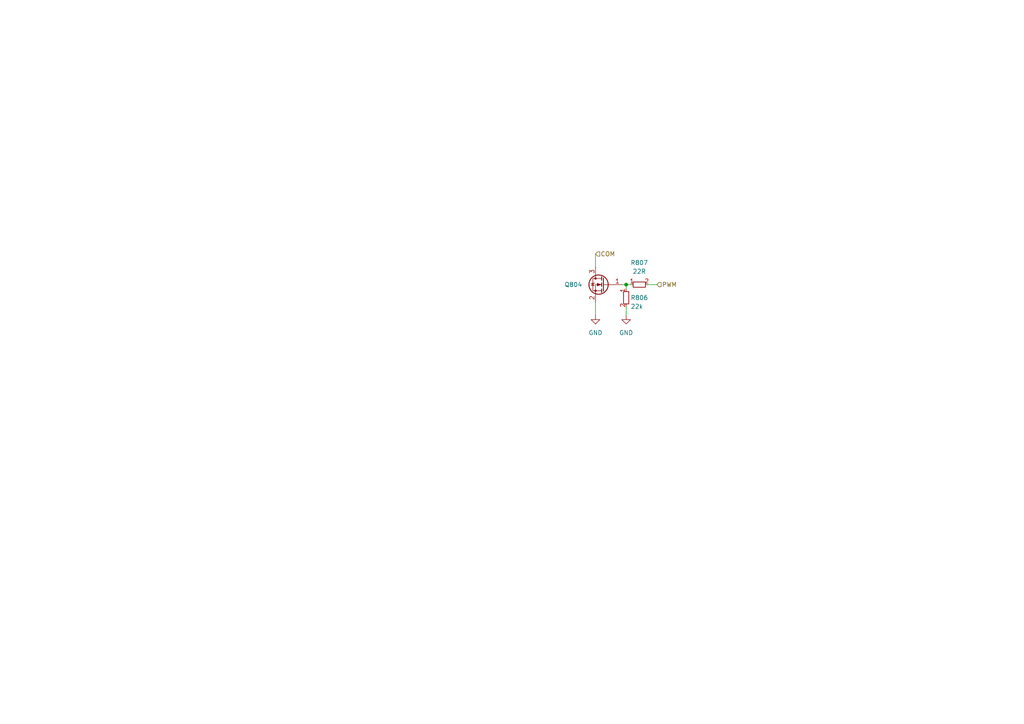
<source format=kicad_sch>
(kicad_sch (version 20230121) (generator eeschema)
  (paper "A4")
  (lib_symbols
    (symbol "custom_kicad_lib_sk:AO3400A" (pin_names hide)
      (property "Reference" "Q" (at 5.08 1.905 0))
      (symbol "AO3400A_0_1"
        (polyline (pts (xy 0.254 0) (xy -2.54 0)))
        (polyline (pts (xy 0.254 1.905) (xy 0.254 -1.905)) (stroke (width 0.254)))
        (polyline (pts (xy 0.762 -1.27) (xy 0.762 -2.286)) (stroke (width 0.254)))
        (polyline (pts (xy 0.762 0.508) (xy 0.762 -0.508)) (stroke (width 0.254)))
        (polyline (pts (xy 0.762 2.286) (xy 0.762 1.27)) (stroke (width 0.254)))
        (polyline (pts (xy 2.54 2.54) (xy 2.54 1.778)))
        (polyline (pts (xy 2.54 -2.54) (xy 2.54 0) (xy 0.762 0)))
        (polyline (pts (xy 0.762 -1.778) (xy 3.302 -1.778) (xy 3.302 1.778) (xy 0.762 1.778)))
        (polyline (pts (xy 1.016 0) (xy 2.032 0.381) (xy 2.032 -0.381) (xy 1.016 0)) (fill (type outline)))
        (polyline (pts (xy 2.794 0.508) (xy 2.921 0.381) (xy 3.683 0.381) (xy 3.81 0.254)))
        (polyline (pts (xy 3.302 0.381) (xy 2.921 -0.254) (xy 3.683 -0.254) (xy 3.302 0.381)))
        (circle (center 1.651 0) (radius 2.794) (stroke (width 0.254)))
        (circle (center 2.54 -1.778) (radius 0.254) (fill (type outline)))
        (circle (center 2.54 1.778) (radius 0.254) (fill (type outline)))
      )
      (symbol "AO3400A_1_1"
        (pin input line (at -5.08 0 0) (length 2.54) (name "G") (number "1"))
        (pin passive line (at 2.54 -5.08 90) (length 2.54) (name "S") (number "2"))
        (pin passive line (at 2.54 5.08 270) (length 2.54) (name "D") (number "3"))
      )
    )
    (symbol "power:GND" (power) (pin_names (offset 0))
      (property "Value" "GND" (at 0 -3.81 0))
      (symbol "GND_0_1"
        (polyline (pts (xy 0 0) (xy 0 -1.27) (xy 1.27 -1.27) (xy 0 -2.54) (xy -1.27 -1.27) (xy 0 -1.27)))
      )
      (symbol "GND_1_1"
        (pin power_in line (at 0 0 270) (length 0) hide (name "GND") (number "1"))
      )
    )
    (symbol "resistors_0603:R_22R_0603"
      (property "Reference" "R" (at 1.27 2.54 0))
      (property "Value" "22R" (at 2.54 -2.54 0))
      (symbol "R_22R_0603_0_1"
        (rectangle (start -0.762 1.778) (end 0.762 -1.778) (stroke (width 0.2032)))
      )
      (symbol "R_22R_0603_1_1"
        (pin passive line (at 0 2.54 270) (length 0.762) (name "~") (number "1"))
        (pin passive line (at 0 -2.54 90) (length 0.762) (name "~") (number "2"))
      )
    )
    (symbol "resistors_0603:R_22k_0603"
      (property "Reference" "R" (at 1.27 2.54 0))
      (property "Value" "22k" (at 2.54 -2.54 0))
      (symbol "R_22k_0603_0_1"
        (rectangle (start -0.762 1.778) (end 0.762 -1.778) (stroke (width 0.2032)))
      )
      (symbol "R_22k_0603_1_1"
        (pin passive line (at 0 2.54 270) (length 0.762) (name "~") (number "1"))
        (pin passive line (at 0 -2.54 90) (length 0.762) (name "~") (number "2"))
      )
    )
  )
  (junction (at 181.61 82.55))
  (wire (pts (xy 181.61 82.55) (xy 182.88 82.55)))
  (wire (pts (xy 187.96 82.55) (xy 190.5 82.55)))
  (wire (pts (xy 172.72 73.66) (xy 172.72 77.47)))
  (wire (pts (xy 181.61 88.9) (xy 181.61 91.44)))
  (wire (pts (xy 180.34 82.55) (xy 181.61 82.55)))
  (wire (pts (xy 172.72 87.63) (xy 172.72 91.44)))
  (wire (pts (xy 181.61 82.55) (xy 181.61 83.82)))
  (hierarchical_label "PWM" (shape input) (at 190.5 82.55 0))
  (hierarchical_label "COM" (shape input) (at 172.72 73.66 0))
  (symbol (lib_id "power:GND") (at 172.72 91.44 0) (unit 1)
    (property "Reference" "#PWR0911" (effects hide))
    (property "Value" "GND" (at 172.72 96.52 0))
  )
  (symbol (lib_id "resistors_0603:R_22k_0603") (at 181.61 86.36 0) (unit 1)
    (property "Reference" "R806" (at 182.88 86.36 0) (effects (justify left)))
    (property "Value" "22k" (at 182.88 88.9 0) (effects (justify left)))
    (property "Footprint" "custom_kicad_lib_sk:R_0603_smalltext" (effects hide))
    (property "JLCPCB Part#" "C31850" (effects hide))
  )
  (symbol (lib_id "custom_kicad_lib_sk:AO3400A") (at 175.26 82.55 0) (mirror y) (unit 1)
    (property "Reference" "Q804" (at 168.91 82.55 0) (effects (font (size 1.28 1.28)) (justify left)))
    (property "Value" "AO3400A" (effects hide))
    (property "Footprint" "Package_TO_SOT_SMD:SOT-23" (effects hide))
    (property "Datasheet" "http://www.aosmd.com/pdfs/datasheet/AO3400A.pdf" (effects hide))
    (property "JLCPCB Part#" "C20917" (effects hide))
  )
  (symbol (lib_id "resistors_0603:R_22R_0603") (at 185.42 82.55 90) (unit 1)
    (property "Reference" "R807" (at 185.42 76.2 90))
    (property "Value" "22R" (at 185.42 78.74 90))
    (property "Footprint" "custom_kicad_lib_sk:R_0603_smalltext" (effects hide))
    (property "JLCPCB Part#" "C23345" (effects hide))
  )
  (symbol (lib_id "power:GND") (at 181.61 91.44 0) (unit 1)
    (property "Reference" "#PWR0912" (effects hide))
    (property "Value" "GND" (at 181.61 96.52 0))
  )
)
</source>
